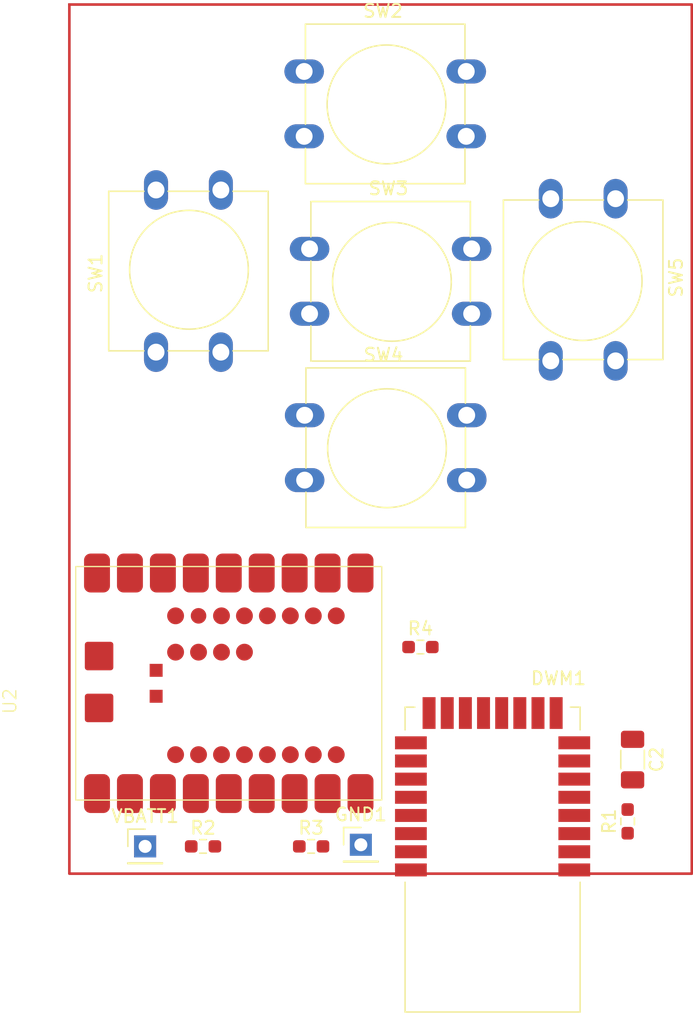
<source format=kicad_pcb>
(kicad_pcb (version 20221018) (generator pcbnew)
  (layers (0 "F.Cu" signal) (31 "B.Cu" signal) (34 "B.Paste" user) (35 "F.Paste" user) (36 "B.SilkS" user "B.Silkscreen") (37 "F.SilkS" user "F.Silkscreen") (38 "B.Mask" user) (39 "F.Mask" user) (44 "Edge.Cuts" user))
  (net 0 "")
  (net 1 "GND")
  (net 2 "+3V3")
  (net 5 "Net-(DWM1-RSTn)")
  (net 14 "CS")
  (net 15 "MOSI")
  (net 16 "MISO")
  (net 17 "CLK")
  (net 18 "IRQ")
  (net 19 "RST")
  (net 20 "VBATT")
  (net 21 "VBATT_DIV")
  (net 22 "LEFT")
  (net 23 "UP")
  (net 24 "STOP")
  (net 25 "DOWN")
  (net 26 "RIGHT")
  (net 32 "Net-(U2-en_fast_charge)")
  (footprint "Capacitor_SMD:C_1206_3216Metric_Pad1.33x1.80mm_HandSolder" (layer "F.Cu") (at 43.434 58.2045 -90)
    (fp_text reference "C2" (at 0 -1.85 90) (layer "F.SilkS"))
    (fp_text value "1uF")
    (fp_line (start -0.711252 -0.91) (end 0.711252 -0.91) (stroke (width 0.12)) (layer "F.SilkS"))
    (fp_line (start -0.711252 0.91) (end 0.711252 0.91) (stroke (width 0.12)) (layer "F.SilkS"))
    (pad "1" smd roundrect (at -1.5625 0 270) (size 1.325 1.8) (layers "F.Cu" "F.Paste" "F.Mask") (roundrect_rratio 0.188679) (net 1 "GND"))
    (pad "2" smd roundrect (at 1.5625 0 270) (size 1.325 1.8) (layers "F.Cu" "F.Paste" "F.Mask") (roundrect_rratio 0.188679) (net 2 "+3V3"))
  )
  (footprint "Connector_PinHeader_2.54mm:PinHeader_1x01_P2.54mm_Vertical" (layer "F.Cu") (at 5.842 64.897)
    (fp_text reference "VBATT1" (at 0 -2.33) (layer "F.SilkS"))
    (fp_text value "Batt Conn")
    (fp_line (start -1.33 -1.33) (end 0 -1.33) (stroke (width 0.12)) (layer "F.SilkS"))
    (fp_line (start -1.33 0) (end -1.33 -1.33) (stroke (width 0.12)) (layer "F.SilkS"))
    (fp_line (start -1.33 1.27) (end -1.33 1.33) (stroke (width 0.12)) (layer "F.SilkS"))
    (fp_line (start -1.33 1.27) (end 1.33 1.27) (stroke (width 0.12)) (layer "F.SilkS"))
    (fp_line (start -1.33 1.33) (end 1.33 1.33) (stroke (width 0.12)) (layer "F.SilkS"))
    (fp_line (start 1.33 1.27) (end 1.33 1.33) (stroke (width 0.12)) (layer "F.SilkS"))
    (pad "1" thru_hole rect (at 0 0) (size 1.7 1.7) (drill 1) (layers "*.Cu" "*.Mask") (net 20 "VBATT"))
  )
  (footprint "Button_Switch_THT:SW_PUSH-12mm" (layer "F.Cu") (at 18.107 5.16)
    (fp_text reference "SW2" (at 6.08 -4.66) (layer "F.SilkS"))
    (fp_text value "SW_Push")
    (fp_line (start 0.1 -3.65) (end 12.4 -3.65) (stroke (width 0.12)) (layer "F.SilkS"))
    (fp_line (start 0.1 -0.93) (end 0.1 -3.65) (stroke (width 0.12)) (layer "F.SilkS"))
    (fp_line (start 0.1 4.07) (end 0.1 0.93) (stroke (width 0.12)) (layer "F.SilkS"))
    (fp_line (start 0.1 8.65) (end 0.1 5.93) (stroke (width 0.12)) (layer "F.SilkS"))
    (fp_line (start 12.4 -3.65) (end 12.4 -0.93) (stroke (width 0.12)) (layer "F.SilkS"))
    (fp_line (start 12.4 0.93) (end 12.4 4.07) (stroke (width 0.12)) (layer "F.SilkS"))
    (fp_line (start 12.4 5.93) (end 12.4 8.65) (stroke (width 0.12)) (layer "F.SilkS"))
    (fp_line (start 12.4 8.65) (end 0.1 8.65) (stroke (width 0.12)) (layer "F.SilkS"))
    (fp_circle (center 6.35 2.54) (end 10.16 5.08) (stroke (width 0.12)) (fill none) (layer "F.SilkS"))
    (pad "1" thru_hole oval (at 0 0) (size 3.048 1.85) (drill 1.3) (layers "*.Cu" "*.Mask") (net 23 "UP"))
    (pad "1" thru_hole oval (at 12.5 0) (size 3.048 1.85) (drill 1.3) (layers "*.Cu" "*.Mask") (net 23 "UP"))
    (pad "2" thru_hole oval (at 0 5) (size 3.048 1.85) (drill 1.3) (layers "*.Cu" "*.Mask") (net 1 "GND"))
    (pad "2" thru_hole oval (at 12.5 5) (size 3.048 1.85) (drill 1.3) (layers "*.Cu" "*.Mask") (net 1 "GND"))
  )
  (footprint "Resistor_SMD:R_0603_1608Metric_Pad0.98x0.95mm_HandSolder" (layer "F.Cu") (at 43.053 62.9685 90)
    (fp_text reference "R1" (at 0 -1.43 90) (layer "F.SilkS"))
    (fp_text value "R1k")
    (fp_line (start -0.254724 -0.5225) (end 0.254724 -0.5225) (stroke (width 0.12)) (layer "F.SilkS"))
    (fp_line (start -0.254724 0.5225) (end 0.254724 0.5225) (stroke (width 0.12)) (layer "F.SilkS"))
    (pad "1" smd roundrect (at -0.9125 0 90) (size 0.975 0.95) (layers "F.Cu" "F.Paste" "F.Mask") (net 5 "Net-(DWM1-RSTn)"))
    (pad "2" smd roundrect (at 0.9125 0 90) (size 0.975 0.95) (layers "F.Cu" "F.Paste" "F.Mask") (net 19 "RST"))
  )
  (footprint "Resistor_SMD:R_0603_1608Metric_Pad0.98x0.95mm_HandSolder" (layer "F.Cu") (at 27.0745 49.53)
    (fp_text reference "R4" (at 0 -1.43) (layer "F.SilkS"))
    (fp_text value "R10k")
    (fp_line (start -0.254724 -0.5225) (end 0.254724 -0.5225) (stroke (width 0.12)) (layer "F.SilkS"))
    (fp_line (start -0.254724 0.5225) (end 0.254724 0.5225) (stroke (width 0.12)) (layer "F.SilkS"))
    (pad "1" smd roundrect (at -0.9125 0) (size 0.975 0.95) (layers "F.Cu" "F.Paste" "F.Mask") (net 18 "IRQ"))
    (pad "2" smd roundrect (at 0.9125 0) (size 0.975 0.95) (layers "F.Cu" "F.Paste" "F.Mask") (net 1 "GND"))
  )
  (footprint "Button_Switch_THT:SW_PUSH-12mm" (layer "F.Cu") (at 18.144 31.663)
    (fp_text reference "SW4" (at 6.08 -4.66) (layer "F.SilkS"))
    (fp_text value "SW_Push")
    (fp_line (start 0.1 -3.65) (end 12.4 -3.65) (stroke (width 0.12)) (layer "F.SilkS"))
    (fp_line (start 0.1 -0.93) (end 0.1 -3.65) (stroke (width 0.12)) (layer "F.SilkS"))
    (fp_line (start 0.1 4.07) (end 0.1 0.93) (stroke (width 0.12)) (layer "F.SilkS"))
    (fp_line (start 0.1 8.65) (end 0.1 5.93) (stroke (width 0.12)) (layer "F.SilkS"))
    (fp_line (start 12.4 -3.65) (end 12.4 -0.93) (stroke (width 0.12)) (layer "F.SilkS"))
    (fp_line (start 12.4 0.93) (end 12.4 4.07) (stroke (width 0.12)) (layer "F.SilkS"))
    (fp_line (start 12.4 5.93) (end 12.4 8.65) (stroke (width 0.12)) (layer "F.SilkS"))
    (fp_line (start 12.4 8.65) (end 0.1 8.65) (stroke (width 0.12)) (layer "F.SilkS"))
    (fp_circle (center 6.35 2.54) (end 10.16 5.08) (stroke (width 0.12)) (fill none) (layer "F.SilkS"))
    (pad "1" thru_hole oval (at 0 0) (size 3.048 1.85) (drill 1.3) (layers "*.Cu" "*.Mask") (net 25 "DOWN"))
    (pad "1" thru_hole oval (at 12.5 0) (size 3.048 1.85) (drill 1.3) (layers "*.Cu" "*.Mask") (net 25 "DOWN"))
    (pad "2" thru_hole oval (at 0 5) (size 3.048 1.85) (drill 1.3) (layers "*.Cu" "*.Mask") (net 1 "GND"))
    (pad "2" thru_hole oval (at 12.5 5) (size 3.048 1.85) (drill 1.3) (layers "*.Cu" "*.Mask") (net 1 "GND"))
  )
  (footprint "Connector_PinHeader_2.54mm:PinHeader_1x01_P2.54mm_Vertical" (layer "F.Cu") (at 22.479 64.77)
    (fp_text reference "GND1" (at 0 -2.33) (layer "F.SilkS"))
    (fp_text value "Batt Conn")
    (fp_line (start -1.33 -1.33) (end 0 -1.33) (stroke (width 0.12)) (layer "F.SilkS"))
    (fp_line (start -1.33 0) (end -1.33 -1.33) (stroke (width 0.12)) (layer "F.SilkS"))
    (fp_line (start -1.33 1.27) (end -1.33 1.33) (stroke (width 0.12)) (layer "F.SilkS"))
    (fp_line (start -1.33 1.27) (end 1.33 1.27) (stroke (width 0.12)) (layer "F.SilkS"))
    (fp_line (start -1.33 1.33) (end 1.33 1.33) (stroke (width 0.12)) (layer "F.SilkS"))
    (fp_line (start 1.33 1.27) (end 1.33 1.33) (stroke (width 0.12)) (layer "F.SilkS"))
    (pad "1" thru_hole rect (at 0 0) (size 1.7 1.7) (drill 1) (layers "*.Cu" "*.Mask") (net 1 "GND"))
  )
  (footprint "Button_Switch_THT:SW_PUSH-12mm" (layer "F.Cu") (at 6.684 26.797 90)
    (fp_text reference "SW1" (at 6.08 -4.66 90) (layer "F.SilkS"))
    (fp_text value "SW_Push")
    (fp_line (start 0.1 -3.65) (end 12.4 -3.65) (stroke (width 0.12)) (layer "F.SilkS"))
    (fp_line (start 0.1 -0.93) (end 0.1 -3.65) (stroke (width 0.12)) (layer "F.SilkS"))
    (fp_line (start 0.1 4.07) (end 0.1 0.93) (stroke (width 0.12)) (layer "F.SilkS"))
    (fp_line (start 0.1 8.65) (end 0.1 5.93) (stroke (width 0.12)) (layer "F.SilkS"))
    (fp_line (start 12.4 -3.65) (end 12.4 -0.93) (stroke (width 0.12)) (layer "F.SilkS"))
    (fp_line (start 12.4 0.93) (end 12.4 4.07) (stroke (width 0.12)) (layer "F.SilkS"))
    (fp_line (start 12.4 5.93) (end 12.4 8.65) (stroke (width 0.12)) (layer "F.SilkS"))
    (fp_line (start 12.4 8.65) (end 0.1 8.65) (stroke (width 0.12)) (layer "F.SilkS"))
    (fp_circle (center 6.35 2.54) (end 10.16 5.08) (stroke (width 0.12)) (fill none) (layer "F.SilkS"))
    (pad "1" thru_hole oval (at 0 0 90) (size 3.048 1.85) (drill 1.3) (layers "*.Cu" "*.Mask") (net 22 "LEFT"))
    (pad "1" thru_hole oval (at 12.5 0 90) (size 3.048 1.85) (drill 1.3) (layers "*.Cu" "*.Mask") (net 22 "LEFT"))
    (pad "2" thru_hole oval (at 0 5 90) (size 3.048 1.85) (drill 1.3) (layers "*.Cu" "*.Mask") (net 1 "GND"))
    (pad "2" thru_hole oval (at 12.5 5 90) (size 3.048 1.85) (drill 1.3) (layers "*.Cu" "*.Mask") (net 1 "GND"))
  )
  (footprint "Button_Switch_THT:SW_PUSH-12mm" (layer "F.Cu") (at 42.124 14.969 -90)
    (fp_text reference "SW5" (at 6.08 -4.66 90) (layer "F.SilkS"))
    (fp_text value "SW_Push")
    (fp_line (start 0.1 -3.65) (end 12.4 -3.65) (stroke (width 0.12)) (layer "F.SilkS"))
    (fp_line (start 0.1 -0.93) (end 0.1 -3.65) (stroke (width 0.12)) (layer "F.SilkS"))
    (fp_line (start 0.1 4.07) (end 0.1 0.93) (stroke (width 0.12)) (layer "F.SilkS"))
    (fp_line (start 0.1 8.65) (end 0.1 5.93) (stroke (width 0.12)) (layer "F.SilkS"))
    (fp_line (start 12.4 -3.65) (end 12.4 -0.93) (stroke (width 0.12)) (layer "F.SilkS"))
    (fp_line (start 12.4 0.93) (end 12.4 4.07) (stroke (width 0.12)) (layer "F.SilkS"))
    (fp_line (start 12.4 5.93) (end 12.4 8.65) (stroke (width 0.12)) (layer "F.SilkS"))
    (fp_line (start 12.4 8.65) (end 0.1 8.65) (stroke (width 0.12)) (layer "F.SilkS"))
    (fp_circle (center 6.35 2.54) (end 10.16 5.08) (stroke (width 0.12)) (fill none) (layer "F.SilkS"))
    (pad "1" thru_hole oval (at 0 0 270) (size 3.048 1.85) (drill 1.3) (layers "*.Cu" "*.Mask") (net 1 "GND"))
    (pad "1" thru_hole oval (at 12.5 0 270) (size 3.048 1.85) (drill 1.3) (layers "*.Cu" "*.Mask") (net 1 "GND"))
    (pad "2" thru_hole oval (at 0 5 270) (size 3.048 1.85) (drill 1.3) (layers "*.Cu" "*.Mask") (net 26 "RIGHT"))
    (pad "2" thru_hole oval (at 12.5 5 270) (size 3.048 1.85) (drill 1.3) (layers "*.Cu" "*.Mask") (net 26 "RIGHT"))
  )
  (footprint "Resistor_SMD:R_0603_1608Metric_Pad0.98x0.95mm_HandSolder" (layer "F.Cu") (at 10.3105 64.897)
    (fp_text reference "R2" (at 0 -1.43) (layer "F.SilkS"))
    (fp_text value "R200k")
    (fp_line (start -0.254724 -0.5225) (end 0.254724 -0.5225) (stroke (width 0.12)) (layer "F.SilkS"))
    (fp_line (start -0.254724 0.5225) (end 0.254724 0.5225) (stroke (width 0.12)) (layer "F.SilkS"))
    (pad "1" smd roundrect (at -0.9125 0) (size 0.975 0.95) (layers "F.Cu" "F.Paste" "F.Mask") (net 20 "VBATT"))
    (pad "2" smd roundrect (at 0.9125 0) (size 0.975 0.95) (layers "F.Cu" "F.Paste" "F.Mask") (net 21 "VBATT_DIV"))
  )
  (footprint "ESP32 S3 Supermini:ESP32 S3 Supermini" (layer "F.Cu") (at 0.492 61.324 90)
    (fp_text reference "U2" (at 7.62 -5.08 90 unlocked) (layer "F.SilkS") (effects (font (thickness 0.1))))
    (fp_text value "~")
    (fp_rect (start 0 0) (end 18 23.6) (stroke (width 0.1)) (fill none) (layer "F.SilkS"))
    (pad "1" smd roundrect (at 0.5 1.64 90) (size 3 2) (layers "F.Cu" "F.Paste" "F.Mask"))
    (pad "2" smd roundrect (at 0.5 4.18 90) (size 3 2) (layers "F.Cu" "F.Paste" "F.Mask"))
    (pad "3" smd roundrect (at 0.5 6.72 90) (size 3 2) (layers "F.Cu" "F.Paste" "F.Mask") (net 14 "CS"))
    (pad "4" smd roundrect (at 0.5 9.26 90) (size 3 2) (layers "F.Cu" "F.Paste" "F.Mask") (net 17 "CLK"))
    (pad "5" smd roundrect (at 0.5 11.8 90) (size 3 2) (layers "F.Cu" "F.Paste" "F.Mask") (net 16 "MISO"))
    (pad "6" smd roundrect (at 0.5 14.34 90) (size 3 2) (layers "F.Cu" "F.Paste" "F.Mask") (net 15 "MOSI"))
    (pad "7" smd roundrect (at 0.5 16.88 90) (size 3 2) (layers "F.Cu" "F.Paste" "F.Mask") (net 19 "RST"))
    (pad "8" smd roundrect (at 0.5 19.42 90) (size 3 2) (layers "F.Cu" "F.Paste" "F.Mask") (net 18 "IRQ"))
    (pad "9" smd roundrect (at 0.5 21.96 90) (size 3 2) (layers "F.Cu" "F.Paste" "F.Mask") (net 21 "VBATT_DIV"))
    (pad "10" smd roundrect (at 17.5 21.96 90) (size 3 2) (layers "F.Cu" "F.Paste" "F.Mask") (net 25 "DOWN"))
    (pad "11" smd roundrect (at 17.5 19.42 90) (size 3 2) (layers "F.Cu" "F.Paste" "F.Mask") (net 24 "STOP"))
    (pad "12" smd roundrect (at 17.5 16.88 90) (size 3 2) (layers "F.Cu" "F.Paste" "F.Mask") (net 23 "UP"))
    (pad "13" smd roundrect (at 17.5 14.34 90) (size 3 2) (layers "F.Cu" "F.Paste" "F.Mask") (net 22 "LEFT"))
    (pad "14" smd roundrect (at 17.5 11.8 90) (size 3 2) (layers "F.Cu" "F.Paste" "F.Mask"))
    (pad "15" smd roundrect (at 17.5 9.26 90) (size 3 2) (layers "F.Cu" "F.Paste" "F.Mask"))
    (pad "16" smd roundrect (at 17.5 6.72 90) (size 3 2) (layers "F.Cu" "F.Paste" "F.Mask") (net 2 "+3V3"))
    (pad "17" smd roundrect (at 17.5 4.18 90) (size 3 2) (layers "F.Cu" "F.Paste" "F.Mask") (net 1 "GND"))
    (pad "18" smd roundrect (at 17.5 1.64 90) (size 3 2) (layers "F.Cu" "F.Paste" "F.Mask"))
    (pad "19" smd roundrect (at 7.1 1.8 90) (size 2.2 2.2) (layers "F.Cu" "F.Paste" "F.Mask") (roundrect_rratio 0.1) (net 1 "GND"))
    (pad "20" smd roundrect (at 11.1 1.8 90) (size 2.2 2.2) (layers "F.Cu" "F.Paste" "F.Mask") (roundrect_rratio 0.1) (net 20 "VBATT"))
    (pad "21" smd rect (at 8 6.2 90) (size 1 1) (layers "F.Cu" "F.Paste" "F.Mask") (net 32 "Net-(U2-en_fast_charge)"))
    (pad "22" smd rect (at 10 6.2 90) (size 1 1) (layers "F.Cu" "F.Paste" "F.Mask") (net 32 "Net-(U2-en_fast_charge)"))
    (pad "23" smd circle (at 3.5 7.7 90) (size 1.3 1.3) (layers "F.Cu" "F.Paste" "F.Mask"))
    (pad "24" smd circle (at 3.5 9.47 90) (size 1.3 1.3) (layers "F.Cu" "F.Paste" "F.Mask"))
    (pad "25" smd circle (at 3.5 11.24 90) (size 1.3 1.3) (layers "F.Cu" "F.Paste" "F.Mask"))
    (pad "26" smd circle (at 3.5 13.01 90) (size 1.3 1.3) (layers "F.Cu" "F.Paste" "F.Mask"))
    (pad "27" smd circle (at 3.5 14.78 90) (size 1.3 1.3) (layers "F.Cu" "F.Paste" "F.Mask"))
    (pad "28" smd circle (at 3.5 16.55 90) (size 1.3 1.3) (layers "F.Cu" "F.Paste" "F.Mask"))
    (pad "29" smd circle (at 3.5 18.32 90) (size 1.3 1.3) (layers "F.Cu" "F.Paste" "F.Mask"))
    (pad "30" smd circle (at 3.5 20.09 90) (size 1.3 1.3) (layers "F.Cu" "F.Paste" "F.Mask"))
    (pad "31" smd circle (at 14.2 20.09 90) (size 1.3 1.3) (layers "F.Cu" "F.Paste" "F.Mask"))
    (pad "32" smd circle (at 14.2 18.32 90) (size 1.3 1.3) (layers "F.Cu" "F.Paste" "F.Mask"))
    (pad "33" smd circle (at 14.2 16.55 90) (size 1.3 1.3) (layers "F.Cu" "F.Paste" "F.Mask"))
    (pad "34" smd circle (at 14.2 14.78 90) (size 1.3 1.3) (layers "F.Cu" "F.Paste" "F.Mask"))
    (pad "35" smd circle (at 14.2 13.01 90) (size 1.3 1.3) (layers "F.Cu" "F.Paste" "F.Mask"))
    (pad "36" smd circle (at 14.2 11.24 90) (size 1.3 1.3) (layers "F.Cu" "F.Paste" "F.Mask"))
    (pad "37" smd circle (at 14.2 9.47 90) (size 1.2 1.2) (layers "F.Cu" "F.Paste" "F.Mask"))
    (pad "38" smd circle (at 14.2 7.7 90) (size 1.3 1.3) (layers "F.Cu" "F.Paste" "F.Mask"))
    (pad "39" smd circle (at 11.4 7.7 90) (size 1.3 1.3) (layers "F.Cu" "F.Paste" "F.Mask"))
    (pad "40" smd circle (at 11.4 9.47 90) (size 1.3 1.3) (layers "F.Cu" "F.Paste" "F.Mask"))
    (pad "41" smd circle (at 11.4 11.24 90) (size 1.3 1.3) (layers "F.Cu" "F.Paste" "F.Mask"))
    (pad "42" smd circle (at 11.4 13.01 90) (size 1.3 1.3) (layers "F.Cu" "F.Paste" "F.Mask"))
  )
  (footprint "RF_Module:DWM1000" (layer "F.Cu") (at 32.639 65.913 180)
    (fp_text reference "DWM1" (at -5.08 13.97) (layer "F.SilkS"))
    (fp_text value "DWM1000")
    (fp_line (start -6.75 -11.75) (end -6.75 -1.75) (stroke (width 0.12)) (layer "F.SilkS"))
    (fp_line (start -6.75 -11.75) (end 6.75 -11.75) (stroke (width 0.12)) (layer "F.SilkS"))
    (fp_line (start -6.75 11.75) (end -6.75 10) (stroke (width 0.12)) (layer "F.SilkS"))
    (fp_line (start -6 11.75) (end -6.75 11.75) (stroke (width 0.12)) (layer "F.SilkS"))
    (fp_line (start 6 11.75) (end 6.75 11.75) (stroke (width 0.12)) (layer "F.SilkS"))
    (fp_line (start 6.75 -11.75) (end 6.75 -1.75) (stroke (width 0.12)) (layer "F.SilkS"))
    (fp_line (start 6.75 11.75) (end 6.75 10) (stroke (width 0.12)) (layer "F.SilkS"))
    (pad "1" smd rect (at -6.3 -0.7988 270) (size 1 2.45) (layers "F.Cu" "F.Paste" "F.Mask"))
    (pad "2" smd rect (at -6.3 0.6012 270) (size 1 2.45) (layers "F.Cu" "F.Paste" "F.Mask"))
    (pad "3" smd rect (at -6.3 2.0012 270) (size 1 2.45) (layers "F.Cu" "F.Paste" "F.Mask") (net 5 "Net-(DWM1-RSTn)"))
    (pad "4" smd rect (at -6.3 3.4012 270) (size 1 2.45) (layers "F.Cu" "F.Paste" "F.Mask"))
    (pad "5" smd rect (at -6.3 4.8012 270) (size 1 2.45) (layers "F.Cu" "F.Paste" "F.Mask") (net 2 "+3V3"))
    (pad "6" smd rect (at -6.3 6.2012 270) (size 1 2.45) (layers "F.Cu" "F.Paste" "F.Mask") (net 2 "+3V3"))
    (pad "7" smd rect (at -6.3 7.6012 270) (size 1 2.45) (layers "F.Cu" "F.Paste" "F.Mask") (net 2 "+3V3"))
    (pad "8" smd rect (at -6.3 9.0012 270) (size 1 2.45) (layers "F.Cu" "F.Paste" "F.Mask") (net 1 "GND"))
    (pad "9" smd rect (at -4.9 11.2962 180) (size 1 2.45) (layers "F.Cu" "F.Paste" "F.Mask"))
    (pad "10" smd rect (at -3.5 11.2962 180) (size 1 2.45) (layers "F.Cu" "F.Paste" "F.Mask"))
    (pad "11" smd rect (at -2.1 11.2962 180) (size 1 2.45) (layers "F.Cu" "F.Paste" "F.Mask"))
    (pad "12" smd rect (at -0.7 11.2962 180) (size 1 2.45) (layers "F.Cu" "F.Paste" "F.Mask"))
    (pad "13" smd rect (at 0.7 11.2962 180) (size 1 2.45) (layers "F.Cu" "F.Paste" "F.Mask"))
    (pad "14" smd rect (at 2.1 11.2962 180) (size 1 2.45) (layers "F.Cu" "F.Paste" "F.Mask"))
    (pad "15" smd rect (at 3.5 11.2962 180) (size 1 2.45) (layers "F.Cu" "F.Paste" "F.Mask"))
    (pad "16" smd rect (at 4.9 11.2962 180) (size 1 2.45) (layers "F.Cu" "F.Paste" "F.Mask") (net 1 "GND"))
    (pad "17" smd rect (at 6.3 9 270) (size 1 2.45) (layers "F.Cu" "F.Paste" "F.Mask") (net 14 "CS"))
    (pad "18" smd rect (at 6.3 7.6 270) (size 1 2.45) (layers "F.Cu" "F.Paste" "F.Mask") (net 15 "MOSI"))
    (pad "19" smd rect (at 6.3 6.2012 270) (size 1 2.45) (layers "F.Cu" "F.Paste" "F.Mask") (net 16 "MISO"))
    (pad "20" smd rect (at 6.3 4.8012 270) (size 1 2.45) (layers "F.Cu" "F.Paste" "F.Mask") (net 17 "CLK"))
    (pad "21" smd rect (at 6.3 3.4012 270) (size 1 2.45) (layers "F.Cu" "F.Paste" "F.Mask") (net 1 "GND"))
    (pad "22" smd rect (at 6.3 2.0012 270) (size 1 2.45) (layers "F.Cu" "F.Paste" "F.Mask") (net 18 "IRQ"))
    (pad "23" smd rect (at 6.3 0.6012 270) (size 1 2.45) (layers "F.Cu" "F.Paste" "F.Mask") (net 1 "GND"))
    (pad "24" smd rect (at 6.3 -0.7988 270) (size 1 2.45) (layers "F.Cu" "F.Paste" "F.Mask") (net 1 "GND"))
  )
  (footprint "Button_Switch_THT:SW_PUSH-12mm" (layer "F.Cu") (at 18.525 18.836)
    (fp_text reference "SW3" (at 6.08 -4.66) (layer "F.SilkS"))
    (fp_text value "SW_Push")
    (fp_line (start 0.1 -3.65) (end 12.4 -3.65) (stroke (width 0.12)) (layer "F.SilkS"))
    (fp_line (start 0.1 -0.93) (end 0.1 -3.65) (stroke (width 0.12)) (layer "F.SilkS"))
    (fp_line (start 0.1 4.07) (end 0.1 0.93) (stroke (width 0.12)) (layer "F.SilkS"))
    (fp_line (start 0.1 8.65) (end 0.1 5.93) (stroke (width 0.12)) (layer "F.SilkS"))
    (fp_line (start 12.4 -3.65) (end 12.4 -0.93) (stroke (width 0.12)) (layer "F.SilkS"))
    (fp_line (start 12.4 0.93) (end 12.4 4.07) (stroke (width 0.12)) (layer "F.SilkS"))
    (fp_line (start 12.4 5.93) (end 12.4 8.65) (stroke (width 0.12)) (layer "F.SilkS"))
    (fp_line (start 12.4 8.65) (end 0.1 8.65) (stroke (width 0.12)) (layer "F.SilkS"))
    (fp_circle (center 6.35 2.54) (end 10.16 5.08) (stroke (width 0.12)) (fill none) (layer "F.SilkS"))
    (pad "1" thru_hole oval (at 0 0) (size 3.048 1.85) (drill 1.3) (layers "*.Cu" "*.Mask") (net 24 "STOP"))
    (pad "1" thru_hole oval (at 12.5 0) (size 3.048 1.85) (drill 1.3) (layers "*.Cu" "*.Mask") (net 24 "STOP"))
    (pad "2" thru_hole oval (at 0 5) (size 3.048 1.85) (drill 1.3) (layers "*.Cu" "*.Mask") (net 1 "GND"))
    (pad "2" thru_hole oval (at 12.5 5) (size 3.048 1.85) (drill 1.3) (layers "*.Cu" "*.Mask") (net 1 "GND"))
  )
  (footprint "Resistor_SMD:R_0603_1608Metric_Pad0.98x0.95mm_HandSolder" (layer "F.Cu") (at 18.6455 64.897)
    (fp_text reference "R3" (at 0 -1.43) (layer "F.SilkS"))
    (fp_text value "R680k")
    (fp_line (start -0.254724 -0.5225) (end 0.254724 -0.5225) (stroke (width 0.12)) (layer "F.SilkS"))
    (fp_line (start -0.254724 0.5225) (end 0.254724 0.5225) (stroke (width 0.12)) (layer "F.SilkS"))
    (pad "1" smd roundrect (at -0.9125 0) (size 0.975 0.95) (layers "F.Cu" "F.Paste" "F.Mask") (net 21 "VBATT_DIV"))
    (pad "2" smd roundrect (at 0.9125 0) (size 0.975 0.95) (layers "F.Cu" "F.Paste" "F.Mask") (net 1 "GND"))
  )
  (gr_rect locked (start 0 0) (end 48 67) (stroke (width 0.2)) (fill none) (layer "F.Cu"))
)
</source>
